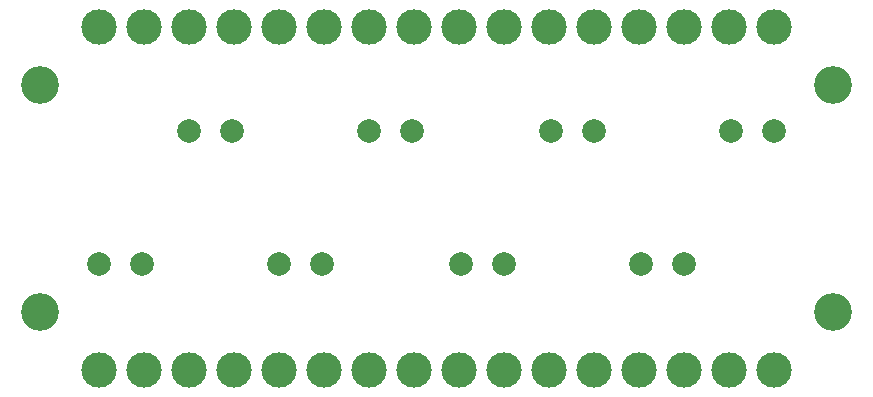
<source format=gbr>
%TF.GenerationSoftware,KiCad,Pcbnew,(5.1.9)-1*%
%TF.CreationDate,2021-10-12T17:07:07+02:00*%
%TF.ProjectId,SolenoidInterconnect,536f6c65-6e6f-4696-9449-6e746572636f,rev?*%
%TF.SameCoordinates,Original*%
%TF.FileFunction,Soldermask,Top*%
%TF.FilePolarity,Negative*%
%FSLAX46Y46*%
G04 Gerber Fmt 4.6, Leading zero omitted, Abs format (unit mm)*
G04 Created by KiCad (PCBNEW (5.1.9)-1) date 2021-10-12 17:07:07*
%MOMM*%
%LPD*%
G01*
G04 APERTURE LIST*
%ADD10C,3.200000*%
%ADD11C,2.000000*%
%ADD12C,3.000000*%
G04 APERTURE END LIST*
D10*
%TO.C,REF\u002A\u002A*%
X97770000Y-106030000D03*
%TD*%
%TO.C,REF\u002A\u002A*%
X97770000Y-86830000D03*
%TD*%
%TO.C,REF\u002A\u002A*%
X164940000Y-86830000D03*
%TD*%
%TO.C,REF\u002A\u002A*%
X164940000Y-106030000D03*
%TD*%
D11*
%TO.C,J1*%
X102779000Y-101979001D03*
X106429005Y-101979001D03*
%TD*%
%TO.C,J2*%
X114061005Y-90709001D03*
X110411000Y-90709001D03*
%TD*%
%TO.C,J3*%
X118019000Y-101979001D03*
X121669005Y-101979001D03*
%TD*%
%TO.C,J4*%
X129301005Y-90709001D03*
X125651000Y-90709001D03*
%TD*%
%TO.C,J6*%
X133418995Y-101979001D03*
X137069000Y-101979001D03*
%TD*%
D12*
%TO.C,J7*%
X102779000Y-110949000D03*
X106589000Y-110949000D03*
X110399001Y-110949000D03*
X114209001Y-110949000D03*
X118019000Y-110949000D03*
X121829000Y-110949000D03*
X125638999Y-110949000D03*
X129449000Y-110949000D03*
X133258999Y-110949000D03*
X137069000Y-110949000D03*
X140878999Y-110949000D03*
X144689000Y-110949000D03*
X148499000Y-110949000D03*
X152309000Y-110949000D03*
X156119000Y-110949000D03*
X159929000Y-110949000D03*
%TD*%
D11*
%TO.C,J8*%
X144701000Y-90709001D03*
X141050995Y-90709001D03*
%TD*%
%TO.C,J9*%
X148658995Y-101979001D03*
X152309000Y-101979001D03*
%TD*%
%TO.C,J10*%
X159941000Y-90709001D03*
X156290995Y-90709001D03*
%TD*%
D12*
%TO.C,J5*%
X159941000Y-81921000D03*
X156131000Y-81921000D03*
X152320999Y-81921000D03*
X148510999Y-81921000D03*
X144701000Y-81921000D03*
X140891000Y-81921000D03*
X137081001Y-81921000D03*
X133271000Y-81921000D03*
X129461001Y-81921000D03*
X125651000Y-81921000D03*
X121841001Y-81921000D03*
X118031000Y-81921000D03*
X114221000Y-81921000D03*
X110411000Y-81921000D03*
X106601000Y-81921000D03*
X102791000Y-81921000D03*
%TD*%
M02*

</source>
